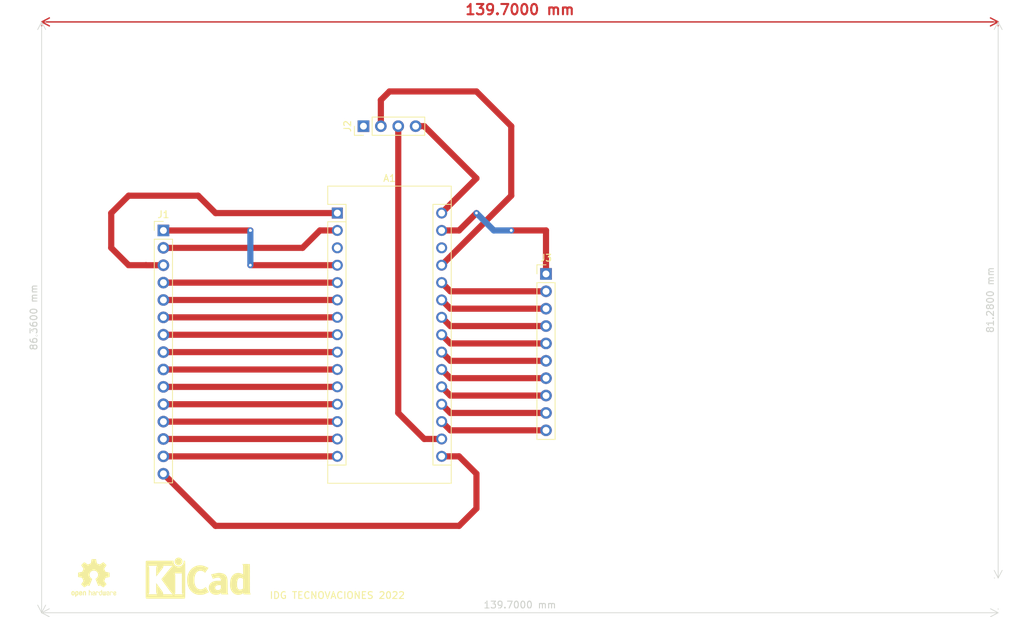
<source format=kicad_pcb>
(kicad_pcb (version 20211014) (generator pcbnew)
  (title_block (title "ArduinoNano") (date "2022-01-14") (rev "RedSkull") (company "RedSkullCoder"))
  (layers (0 "F.Cu" signal) (31 "B.Cu" signal) (34 "B.Paste" user) (35 "F.Paste" user) (36 "B.SilkS" user "B.Silkscreen") (37 "F.SilkS" user "F.Silkscreen") (38 "B.Mask" user) (39 "F.Mask" user) (44 "Edge.Cuts" user))
  (net 0 "")
  (net 1 "Net-(A1-Pad1)")
  (net 2 "Net-(A1-Pad17)")
  (net 3 "Net-(A1-Pad2)")
  (net 4 "Net-(A1-Pad18)")
  (net 6 "Net-(A1-Pad19)")
  (net 7 "GND")
  (net 8 "Net-(A1-Pad20)")
  (net 9 "Net-(A1-Pad5)")
  (net 10 "Net-(A1-Pad21)")
  (net 11 "Net-(A1-Pad6)")
  (net 12 "Net-(A1-Pad22)")
  (net 13 "Net-(A1-Pad7)")
  (net 14 "Net-(A1-Pad23)")
  (net 15 "Net-(A1-Pad8)")
  (net 16 "Net-(A1-Pad24)")
  (net 17 "Net-(A1-Pad9)")
  (net 18 "Net-(A1-Pad25)")
  (net 19 "Net-(A1-Pad10)")
  (net 20 "Net-(A1-Pad26)")
  (net 21 "Net-(A1-Pad11)")
  (net 22 "Net-(A1-Pad27)")
  (net 23 "Net-(A1-Pad12)")
  (net 25 "Net-(A1-Pad13)")
  (net 26 "Net-(A1-Pad14)")
  (net 27 "Net-(A1-Pad30)")
  (net 28 "Net-(A1-Pad15)")
  (net 29 "Net-(A1-Pad16)")
  (footprint "Symbol:OSHW-Logo2_7.3x6mm_SilkScreen" (layer "F.Cu") (at 96.52 132.08)
    (fp_text reference "REF**" hide)
    (fp_text value "OSHW-Logo2_7.3x6mm_SilkScreen" hide)
  )
  (footprint "Symbol:KiCad-Logo_6mm_SilkScreen" (layer "F.Cu") (at 111.76 132.08)
    (fp_text reference "REF**" hide)
    (fp_text value "KiCad-Logo_6mm_SilkScreen" hide)
  )
  (footprint "Module:Arduino_Nano" (layer "F.Cu") (at 132.08 78.74)
    (fp_text reference "A1" (at 7.62 -5.08) (layer "F.SilkS"))
    (fp_text value "Arduino_Nano_v3.x")
    (pad "1" thru_hole rect locked (at 0 0) (size 1.6 1.6) (drill 1) (layers *.Cu *.Mask) (net 1 "Net-(A1-Pad1)"))
    (pad "2" thru_hole oval locked (at 0 2.54) (size 1.6 1.6) (drill 1) (layers *.Cu *.Mask) (net 3 "Net-(A1-Pad2)"))
    (pad "3" thru_hole oval locked (at 0 5.08) (size 1.6 1.6) (drill 1) (layers *.Cu *.Mask))
    (pad "4" thru_hole oval locked (at 0 7.62) (size 1.6 1.6) (drill 1) (layers *.Cu *.Mask) (net 7 "GND"))
    (pad "5" thru_hole oval locked (at 0 10.16) (size 1.6 1.6) (drill 1) (layers *.Cu *.Mask) (net 9 "Net-(A1-Pad5)"))
    (pad "6" thru_hole oval locked (at 0 12.7) (size 1.6 1.6) (drill 1) (layers *.Cu *.Mask) (net 11 "Net-(A1-Pad6)"))
    (pad "7" thru_hole oval locked (at 0 15.24) (size 1.6 1.6) (drill 1) (layers *.Cu *.Mask) (net 13 "Net-(A1-Pad7)"))
    (pad "8" thru_hole oval locked (at 0 17.78) (size 1.6 1.6) (drill 1) (layers *.Cu *.Mask) (net 15 "Net-(A1-Pad8)"))
    (pad "9" thru_hole oval locked (at 0 20.32) (size 1.6 1.6) (drill 1) (layers *.Cu *.Mask) (net 17 "Net-(A1-Pad9)"))
    (pad "10" thru_hole oval locked (at 0 22.86) (size 1.6 1.6) (drill 1) (layers *.Cu *.Mask) (net 19 "Net-(A1-Pad10)"))
    (pad "11" thru_hole oval locked (at 0 25.4) (size 1.6 1.6) (drill 1) (layers *.Cu *.Mask) (net 21 "Net-(A1-Pad11)"))
    (pad "12" thru_hole oval locked (at 0 27.94) (size 1.6 1.6) (drill 1) (layers *.Cu *.Mask) (net 23 "Net-(A1-Pad12)"))
    (pad "13" thru_hole oval locked (at 0 30.48) (size 1.6 1.6) (drill 1) (layers *.Cu *.Mask) (net 25 "Net-(A1-Pad13)"))
    (pad "14" thru_hole oval locked (at 0 33.02) (size 1.6 1.6) (drill 1) (layers *.Cu *.Mask) (net 26 "Net-(A1-Pad14)"))
    (pad "15" thru_hole oval locked (at 0 35.56) (size 1.6 1.6) (drill 1) (layers *.Cu *.Mask) (net 28 "Net-(A1-Pad15)"))
    (pad "16" thru_hole oval locked (at 15.24 35.56) (size 1.6 1.6) (drill 1) (layers *.Cu *.Mask) (net 29 "Net-(A1-Pad16)"))
    (pad "17" thru_hole oval locked (at 15.24 33.02) (size 1.6 1.6) (drill 1) (layers *.Cu *.Mask) (net 2 "Net-(A1-Pad17)"))
    (pad "18" thru_hole oval locked (at 15.24 30.48) (size 1.6 1.6) (drill 1) (layers *.Cu *.Mask) (net 4 "Net-(A1-Pad18)"))
    (pad "19" thru_hole oval locked (at 15.24 27.94) (size 1.6 1.6) (drill 1) (layers *.Cu *.Mask) (net 6 "Net-(A1-Pad19)"))
    (pad "20" thru_hole oval locked (at 15.24 25.4) (size 1.6 1.6) (drill 1) (layers *.Cu *.Mask) (net 8 "Net-(A1-Pad20)"))
    (pad "21" thru_hole oval locked (at 15.24 22.86) (size 1.6 1.6) (drill 1) (layers *.Cu *.Mask) (net 10 "Net-(A1-Pad21)"))
    (pad "22" thru_hole oval locked (at 15.24 20.32) (size 1.6 1.6) (drill 1) (layers *.Cu *.Mask) (net 12 "Net-(A1-Pad22)"))
    (pad "23" thru_hole oval locked (at 15.24 17.78) (size 1.6 1.6) (drill 1) (layers *.Cu *.Mask) (net 14 "Net-(A1-Pad23)"))
    (pad "24" thru_hole oval locked (at 15.24 15.24) (size 1.6 1.6) (drill 1) (layers *.Cu *.Mask) (net 16 "Net-(A1-Pad24)"))
    (pad "25" thru_hole oval locked (at 15.24 12.7) (size 1.6 1.6) (drill 1) (layers *.Cu *.Mask) (net 18 "Net-(A1-Pad25)"))
    (pad "26" thru_hole oval locked (at 15.24 10.16) (size 1.6 1.6) (drill 1) (layers *.Cu *.Mask) (net 20 "Net-(A1-Pad26)"))
    (pad "27" thru_hole oval locked (at 15.24 7.62) (size 1.6 1.6) (drill 1) (layers *.Cu *.Mask) (net 22 "Net-(A1-Pad27)"))
    (pad "28" thru_hole oval locked (at 15.24 5.08) (size 1.6 1.6) (drill 1) (layers *.Cu *.Mask))
    (pad "29" thru_hole oval locked (at 15.24 2.54) (size 1.6 1.6) (drill 1) (layers *.Cu *.Mask) (net 7 "GND"))
    (pad "30" thru_hole oval locked (at 15.24 0) (size 1.6 1.6) (drill 1) (layers *.Cu *.Mask) (net 27 "Net-(A1-Pad30)"))
  )
  (footprint "Connector_PinHeader_2.54mm:PinHeader_1x15_P2.54mm_Vertical" (layer "F.Cu") (at 106.68 81.285)
    (fp_text reference "J1" (at 0 -2.33) (layer "F.SilkS"))
    (fp_text value "Conn_01x15_Male")
    (pad "1" thru_hole rect locked (at 0 0) (size 1.7 1.7) (drill 1) (layers *.Cu *.Mask) (net 7 "GND"))
    (pad "2" thru_hole oval locked (at 0 2.54) (size 1.7 1.7) (drill 1) (layers *.Cu *.Mask) (net 3 "Net-(A1-Pad2)"))
    (pad "3" thru_hole oval locked (at 0 5.08) (size 1.7 1.7) (drill 1) (layers *.Cu *.Mask) (net 1 "Net-(A1-Pad1)"))
    (pad "4" thru_hole oval locked (at 0 7.62) (size 1.7 1.7) (drill 1) (layers *.Cu *.Mask) (net 9 "Net-(A1-Pad5)"))
    (pad "5" thru_hole oval locked (at 0 10.16) (size 1.7 1.7) (drill 1) (layers *.Cu *.Mask) (net 11 "Net-(A1-Pad6)"))
    (pad "6" thru_hole oval locked (at 0 12.7) (size 1.7 1.7) (drill 1) (layers *.Cu *.Mask) (net 13 "Net-(A1-Pad7)"))
    (pad "7" thru_hole oval locked (at 0 15.24) (size 1.7 1.7) (drill 1) (layers *.Cu *.Mask) (net 15 "Net-(A1-Pad8)"))
    (pad "8" thru_hole oval locked (at 0 17.78) (size 1.7 1.7) (drill 1) (layers *.Cu *.Mask) (net 17 "Net-(A1-Pad9)"))
    (pad "9" thru_hole oval locked (at 0 20.32) (size 1.7 1.7) (drill 1) (layers *.Cu *.Mask) (net 19 "Net-(A1-Pad10)"))
    (pad "10" thru_hole oval locked (at 0 22.86) (size 1.7 1.7) (drill 1) (layers *.Cu *.Mask) (net 21 "Net-(A1-Pad11)"))
    (pad "11" thru_hole oval locked (at 0 25.4) (size 1.7 1.7) (drill 1) (layers *.Cu *.Mask) (net 23 "Net-(A1-Pad12)"))
    (pad "12" thru_hole oval locked (at 0 27.94) (size 1.7 1.7) (drill 1) (layers *.Cu *.Mask) (net 25 "Net-(A1-Pad13)"))
    (pad "13" thru_hole oval locked (at 0 30.48) (size 1.7 1.7) (drill 1) (layers *.Cu *.Mask) (net 26 "Net-(A1-Pad14)"))
    (pad "14" thru_hole oval locked (at 0 33.02) (size 1.7 1.7) (drill 1) (layers *.Cu *.Mask) (net 28 "Net-(A1-Pad15)"))
    (pad "15" thru_hole oval locked (at 0 35.56) (size 1.7 1.7) (drill 1) (layers *.Cu *.Mask) (net 29 "Net-(A1-Pad16)"))
  )
  (footprint "Connector_PinHeader_2.54mm:PinHeader_1x10_P2.54mm_Vertical" (layer "F.Cu") (at 162.56 87.635)
    (fp_text reference "J3" (at 0 -2.33) (layer "F.SilkS"))
    (fp_text value "Conn_01x10_Male")
    (pad "1" thru_hole rect locked (at 0 0) (size 1.7 1.7) (drill 1) (layers *.Cu *.Mask) (net 7 "GND"))
    (pad "2" thru_hole oval locked (at 0 2.54) (size 1.7 1.7) (drill 1) (layers *.Cu *.Mask) (net 20 "Net-(A1-Pad26)"))
    (pad "3" thru_hole oval locked (at 0 5.08) (size 1.7 1.7) (drill 1) (layers *.Cu *.Mask) (net 18 "Net-(A1-Pad25)"))
    (pad "4" thru_hole oval locked (at 0 7.62) (size 1.7 1.7) (drill 1) (layers *.Cu *.Mask) (net 16 "Net-(A1-Pad24)"))
    (pad "5" thru_hole oval locked (at 0 10.16) (size 1.7 1.7) (drill 1) (layers *.Cu *.Mask) (net 14 "Net-(A1-Pad23)"))
    (pad "6" thru_hole oval locked (at 0 12.7) (size 1.7 1.7) (drill 1) (layers *.Cu *.Mask) (net 12 "Net-(A1-Pad22)"))
    (pad "7" thru_hole oval locked (at 0 15.24) (size 1.7 1.7) (drill 1) (layers *.Cu *.Mask) (net 10 "Net-(A1-Pad21)"))
    (pad "8" thru_hole oval locked (at 0 17.78) (size 1.7 1.7) (drill 1) (layers *.Cu *.Mask) (net 8 "Net-(A1-Pad20)"))
    (pad "9" thru_hole oval locked (at 0 20.32) (size 1.7 1.7) (drill 1) (layers *.Cu *.Mask) (net 6 "Net-(A1-Pad19)"))
    (pad "10" thru_hole oval locked (at 0 22.86) (size 1.7 1.7) (drill 1) (layers *.Cu *.Mask) (net 4 "Net-(A1-Pad18)"))
  )
  (footprint "Connector_PinHeader_2.54mm:PinHeader_1x04_P2.54mm_Vertical" (layer "F.Cu") (at 135.9 66.04 90)
    (fp_text reference "J2" (at 0 -2.33 90) (layer "F.SilkS"))
    (fp_text value "Conn_01x04_Male")
    (pad "1" thru_hole rect locked (at 0 0 90) (size 1.7 1.7) (drill 1) (layers *.Cu *.Mask) (net 7 "GND"))
    (pad "2" thru_hole oval locked (at 0 2.54 90) (size 1.7 1.7) (drill 1) (layers *.Cu *.Mask) (net 22 "Net-(A1-Pad27)"))
    (pad "3" thru_hole oval locked (at 0 5.08 90) (size 1.7 1.7) (drill 1) (layers *.Cu *.Mask) (net 2 "Net-(A1-Pad17)"))
    (pad "4" thru_hole oval locked (at 0 7.62 90) (size 1.7 1.7) (drill 1) (layers *.Cu *.Mask) (net 27 "Net-(A1-Pad30)"))
  )
  (gr_text "IDG TECNOVACIONES 2022" (at 132.08 134.62) (layer "F.SilkS") (effects (font (size 1 1))))
  (dimension (type aligned) (layer "F.Cu") (pts (xy 228.6 50.8) (xy 88.9 50.8)) (height 0) (gr_text "139,7000 mm" (at 158.75 49) (layer "F.Cu") (effects (font (size 1.5 1.5) (thickness 0.3)))) (format (units 3) (units_format 1) (precision 4)) (style (thickness 0.2) (arrow_length 1.27) (text_position_mode 0) (extension_height 0.58642) (extension_offset 0.5) keep_text_aligned))
  (dimension (type aligned) (layer "Edge.Cuts") (pts (xy 88.9 137.16) (xy 228.6 137.16)) (height 0) (gr_text "139,7000 mm" (at 158.75 136.01) (layer "Edge.Cuts") (effects (font (size 1 1) (thickness 0.15)))) (format (units 3) (units_format 1) (precision 4)) (style (thickness 0.1) (arrow_length 1.27) (text_position_mode 0) (extension_height 0.58642) (extension_offset 0.5) keep_text_aligned))
  (dimension (type aligned) (layer "Edge.Cuts") (pts (xy 228.6 132.08) (xy 228.6 50.8)) (height 0) (gr_text "81,2800 mm" (at 227.45 91.44 90) (layer "Edge.Cuts") (effects (font (size 1 1) (thickness 0.15)))) (format (units 3) (units_format 1) (precision 4)) (style (thickness 0.1) (arrow_length 1.27) (text_position_mode 0) (extension_height 0.58642) (extension_offset 0.5) keep_text_aligned))
  (dimension (type aligned) (layer "Edge.Cuts") (pts (xy 88.9 50.8) (xy 88.9 137.16)) (height 0) (gr_text "86,3600 mm" (at 87.75 93.98 90) (layer "Edge.Cuts") (effects (font (size 1 1) (thickness 0.15)))) (format (units 3) (units_format 1) (precision 4)) (style (thickness 0.1) (arrow_length 1.27) (text_position_mode 0) (extension_height 0.58642) (extension_offset 0.5) keep_text_aligned))
  (segment (start 99.06 83.82) (end 101.6 86.36) (width 0.9) (layer "F.Cu") (net 1))
  (segment (start 101.6 86.36) (end 104.14 86.36) (width 0.9) (layer "F.Cu") (net 1))
  (segment (start 111.76 76.2) (end 101.6 76.2) (width 0.9) (layer "F.Cu") (net 1))
  (segment (start 104.14 86.36) (end 104.145 86.365) (width 0.9) (layer "F.Cu") (net 1))
  (segment (start 101.6 76.2) (end 99.06 78.74) (width 0.9) (layer "F.Cu") (net 1))
  (segment (start 104.145 86.365) (end 106.68 86.365) (width 0.9) (layer "F.Cu") (net 1))
  (segment (start 132.08 78.74) (end 114.3 78.74) (width 0.9) (layer "F.Cu") (net 1))
  (segment (start 114.3 78.74) (end 111.76 76.2) (width 0.9) (layer "F.Cu") (net 1))
  (segment (start 99.06 78.74) (end 99.06 83.82) (width 0.9) (layer "F.Cu") (net 1))
  (segment (start 144.78 111.76) (end 147.32 111.76) (width 0.9) (layer "F.Cu") (net 2))
  (segment (start 140.98 107.96) (end 144.78 111.76) (width 0.9) (layer "F.Cu") (net 2))
  (segment (start 140.98 66.04) (end 140.98 107.96) (width 0.9) (layer "F.Cu") (net 2))
  (segment (start 106.68 83.825) (end 126.995 83.825) (width 0.9) (layer "F.Cu") (net 3))
  (segment (start 126.995 83.825) (end 129.54 81.28) (width 0.9) (layer "F.Cu") (net 3))
  (segment (start 129.54 81.28) (end 132.08 81.28) (width 0.9) (layer "F.Cu") (net 3))
  (segment (start 148.595 110.495) (end 147.32 109.22) (width 0.9) (layer "F.Cu") (net 4))
  (segment (start 162.56 110.495) (end 148.595 110.495) (width 0.9) (layer "F.Cu") (net 4))
  (segment (start 148.595 107.955) (end 147.32 106.68) (width 0.9) (layer "F.Cu") (net 6))
  (segment (start 162.56 107.955) (end 148.595 107.955) (width 0.9) (layer "F.Cu") (net 6))
  (segment (start 152.4 78.74) (end 149.86 81.28) (width 0.9) (layer "F.Cu") (net 7))
  (segment (start 162.56 87.635) (end 162.56 81.28) (width 0.9) (layer "F.Cu") (net 7))
  (segment (start 119.38 81.28) (end 119.375 81.285) (width 0.9) (layer "F.Cu") (net 7))
  (segment (start 162.56 81.28) (end 157.48 81.28) (width 0.9) (layer "F.Cu") (net 7))
  (segment (start 119.375 81.285) (end 106.68 81.285) (width 0.9) (layer "F.Cu") (net 7))
  (segment (start 149.86 81.28) (end 147.32 81.28) (width 0.9) (layer "F.Cu") (net 7))
  (segment (start 132.08 86.36) (end 119.38 86.36) (width 0.9) (layer "F.Cu") (net 7))
  (via (at 157.48 81.28) (size 0.8) (drill 0.4) (layers "F.Cu" "B.Cu") (net 7))
  (via (at 119.38 81.28) (size 0.8) (drill 0.4) (layers "F.Cu" "B.Cu") (net 7))
  (via (at 119.38 81.28) (size 0.8) (drill 0.4) (layers "F.Cu" "B.Cu") (net 7))
  (via (at 119.38 81.28) (size 0.8) (drill 0.4) (layers "F.Cu" "B.Cu") (net 7))
  (via (at 157.48 81.28) (size 0.8) (drill 0.4) (layers "F.Cu" "B.Cu") (net 7))
  (via (at 119.38 86.36) (size 0.8) (drill 0.4) (layers "F.Cu" "B.Cu") (net 7))
  (via (at 119.38 81.28) (size 0.8) (drill 0.4) (layers "F.Cu" "B.Cu") (net 7))
  (via (at 152.4 78.74) (size 0.8) (drill 0.4) (layers "F.Cu" "B.Cu") (net 7))
  (segment (start 119.38 86.36) (end 119.38 81.28) (width 0.9) (layer "B.Cu") (net 7))
  (segment (start 157.48 81.28) (end 154.94 81.28) (width 0.9) (layer "B.Cu") (net 7))
  (segment (start 154.94 81.28) (end 152.4 78.74) (width 0.9) (layer "B.Cu") (net 7))
  (segment (start 162.56 105.415) (end 148.595 105.415) (width 0.9) (layer "F.Cu") (net 8))
  (segment (start 148.595 105.415) (end 147.32 104.14) (width 0.9) (layer "F.Cu") (net 8))
  (segment (start 106.68 88.905) (end 132.075 88.905) (width 0.9) (layer "F.Cu") (net 9))
  (segment (start 132.075 88.905) (end 132.08 88.9) (width 0.9) (layer "F.Cu") (net 9))
  (segment (start 162.56 102.875) (end 148.595 102.875) (width 0.9) (layer "F.Cu") (net 10))
  (segment (start 148.595 102.875) (end 147.32 101.6) (width 0.9) (layer "F.Cu") (net 10))
  (segment (start 106.68 91.445) (end 132.075 91.445) (width 0.9) (layer "F.Cu") (net 11))
  (segment (start 132.075 91.445) (end 132.08 91.44) (width 0.9) (layer "F.Cu") (net 11))
  (segment (start 148.595 100.335) (end 147.32 99.06) (width 0.9) (layer "F.Cu") (net 12))
  (segment (start 162.56 100.335) (end 148.595 100.335) (width 0.9) (layer "F.Cu") (net 12))
  (segment (start 106.68 93.985) (end 132.075 93.985) (width 0.9) (layer "F.Cu") (net 13))
  (segment (start 132.075 93.985) (end 132.08 93.98) (width 0.9) (layer "F.Cu") (net 13))
  (segment (start 148.595 97.795) (end 147.32 96.52) (width 0.9) (layer "F.Cu") (net 14))
  (segment (start 162.56 97.795) (end 148.595 97.795) (width 0.9) (layer "F.Cu") (net 14))
  (segment (start 132.075 96.525) (end 132.08 96.52) (width 0.9) (layer "F.Cu") (net 15))
  (segment (start 106.68 96.525) (end 132.075 96.525) (width 0.9) (layer "F.Cu") (net 15))
  (segment (start 148.595 95.255) (end 147.32 93.98) (width 0.9) (layer "F.Cu") (net 16))
  (segment (start 162.56 95.255) (end 148.595 95.255) (width 0.9) (layer "F.Cu") (net 16))
  (segment (start 106.68 99.065) (end 132.075 99.065) (width 0.9) (layer "F.Cu") (net 17))
  (segment (start 132.075 99.065) (end 132.08 99.06) (width 0.9) (layer "F.Cu") (net 17))
  (segment (start 162.56 92.715) (end 148.595 92.715) (width 0.9) (layer "F.Cu") (net 18))
  (segment (start 148.595 92.715) (end 147.32 91.44) (width 0.9) (layer "F.Cu") (net 18))
  (segment (start 106.68 101.605) (end 132.075 101.605) (width 0.9) (layer "F.Cu") (net 19))
  (segment (start 132.075 101.605) (end 132.08 101.6) (width 0.9) (layer "F.Cu") (net 19))
  (segment (start 148.595 90.175) (end 147.32 88.9) (width 0.9) (layer "F.Cu") (net 20))
  (segment (start 162.56 90.175) (end 148.595 90.175) (width 0.9) (layer "F.Cu") (net 20))
  (segment (start 132.075 104.145) (end 132.08 104.14) (width 0.9) (layer "F.Cu") (net 21))
  (segment (start 106.68 104.145) (end 132.075 104.145) (width 0.9) (layer "F.Cu") (net 21))
  (segment (start 139.7 60.96) (end 152.4 60.96) (width 0.9) (layer "F.Cu") (net 22))
  (segment (start 138.44 66.04) (end 138.44 62.22) (width 0.9) (layer "F.Cu") (net 22))
  (segment (start 157.48 76.2) (end 147.32 86.36) (width 0.9) (layer "F.Cu") (net 22))
  (segment (start 157.48 66.04) (end 157.48 76.2) (width 0.9) (layer "F.Cu") (net 22))
  (segment (start 152.4 60.96) (end 157.48 66.04) (width 0.9) (layer "F.Cu") (net 22))
  (segment (start 138.44 62.22) (end 139.7 60.96) (width 0.9) (layer "F.Cu") (net 22))
  (segment (start 106.68 106.685) (end 132.075 106.685) (width 0.9) (layer "F.Cu") (net 23))
  (segment (start 132.075 106.685) (end 132.08 106.68) (width 0.9) (layer "F.Cu") (net 23))
  (segment (start 106.68 109.225) (end 132.075 109.225) (width 0.9) (layer "F.Cu") (net 25))
  (segment (start 132.075 109.225) (end 132.08 109.22) (width 0.9) (layer "F.Cu") (net 25))
  (segment (start 106.68 111.765) (end 132.075 111.765) (width 0.9) (layer "F.Cu") (net 26))
  (segment (start 132.075 111.765) (end 132.08 111.76) (width 0.9) (layer "F.Cu") (net 26))
  (segment (start 152.4 73.66) (end 147.32 78.74) (width 0.9) (layer "F.Cu") (net 27))
  (segment (start 144.78 66.04) (end 152.4 73.66) (width 0.9) (layer "F.Cu") (net 27))
  (segment (start 143.52 66.04) (end 144.78 66.04) (width 0.9) (layer "F.Cu") (net 27))
  (segment (start 106.68 114.305) (end 132.075 114.305) (width 0.9) (layer "F.Cu") (net 28))
  (segment (start 132.075 114.305) (end 132.08 114.3) (width 0.9) (layer "F.Cu") (net 28))
  (segment (start 152.4 116.84) (end 149.86 114.3) (width 0.9) (layer "F.Cu") (net 29))
  (segment (start 152.4 121.92) (end 152.4 116.84) (width 0.9) (layer "F.Cu") (net 29))
  (segment (start 114.295 124.46) (end 149.86 124.46) (width 0.9) (layer "F.Cu") (net 29))
  (segment (start 149.86 114.3) (end 147.32 114.3) (width 0.9) (layer "F.Cu") (net 29))
  (segment (start 106.68 116.845) (end 114.295 124.46) (width 0.9) (layer "F.Cu") (net 29))
  (segment (start 149.86 124.46) (end 152.4 121.92) (width 0.9) (layer "F.Cu") (net 29))
)
</source>
